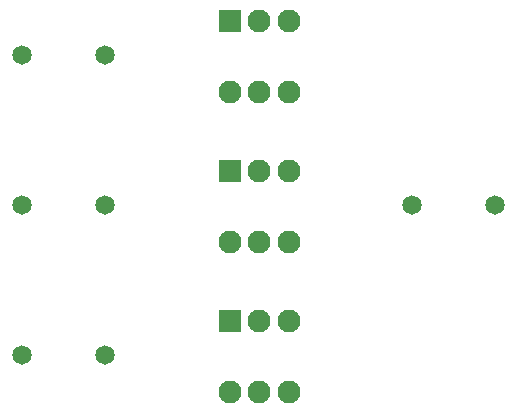
<source format=gbr>
%TF.GenerationSoftware,KiCad,Pcbnew,(6.0.5)*%
%TF.CreationDate,2022-06-29T19:51:02+08:00*%
%TF.ProjectId,audioswitch,61756469-6f73-4776-9974-63682e6b6963,rev?*%
%TF.SameCoordinates,Original*%
%TF.FileFunction,Soldermask,Bot*%
%TF.FilePolarity,Negative*%
%FSLAX46Y46*%
G04 Gerber Fmt 4.6, Leading zero omitted, Abs format (unit mm)*
G04 Created by KiCad (PCBNEW (6.0.5)) date 2022-06-29 19:51:02*
%MOMM*%
%LPD*%
G01*
G04 APERTURE LIST*
G04 Aperture macros list*
%AMRoundRect*
0 Rectangle with rounded corners*
0 $1 Rounding radius*
0 $2 $3 $4 $5 $6 $7 $8 $9 X,Y pos of 4 corners*
0 Add a 4 corners polygon primitive as box body*
4,1,4,$2,$3,$4,$5,$6,$7,$8,$9,$2,$3,0*
0 Add four circle primitives for the rounded corners*
1,1,$1+$1,$2,$3*
1,1,$1+$1,$4,$5*
1,1,$1+$1,$6,$7*
1,1,$1+$1,$8,$9*
0 Add four rect primitives between the rounded corners*
20,1,$1+$1,$2,$3,$4,$5,0*
20,1,$1+$1,$4,$5,$6,$7,0*
20,1,$1+$1,$6,$7,$8,$9,0*
20,1,$1+$1,$8,$9,$2,$3,0*%
G04 Aperture macros list end*
%ADD10C,1.640000*%
%ADD11RoundRect,0.070000X-0.900000X-0.900000X0.900000X-0.900000X0.900000X0.900000X-0.900000X0.900000X0*%
%ADD12C,1.940000*%
G04 APERTURE END LIST*
D10*
%TO.C,EARPHONE OUT*%
X137465000Y-99060000D03*
X144465000Y-99060000D03*
%TD*%
%TO.C,MIC IN*%
X144465000Y-86360000D03*
X137465000Y-86360000D03*
%TD*%
D11*
%TO.C,SW_8mm*%
X155057500Y-83437500D03*
D12*
X157557500Y-83437500D03*
X160057500Y-83437500D03*
X155057500Y-89437500D03*
X157557500Y-89437500D03*
X160057500Y-89437500D03*
%TD*%
D11*
%TO.C,SW_8mm*%
X155057500Y-96137500D03*
D12*
X157557500Y-96137500D03*
X160057500Y-96137500D03*
X155057500Y-102137500D03*
X157557500Y-102137500D03*
X160057500Y-102137500D03*
%TD*%
D11*
%TO.C,SW_8mm*%
X155057500Y-108837500D03*
D12*
X157557500Y-108837500D03*
X160057500Y-108837500D03*
X155057500Y-114837500D03*
X157557500Y-114837500D03*
X160057500Y-114837500D03*
%TD*%
D10*
%TO.C,HEADSET OUT*%
X137465000Y-111760000D03*
X144465000Y-111760000D03*
%TD*%
%TO.C,I/O*%
X177495000Y-99060000D03*
X170495000Y-99060000D03*
%TD*%
M02*

</source>
